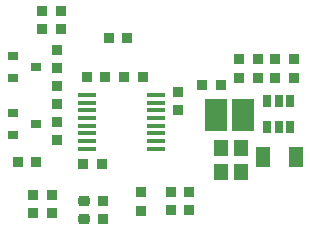
<source format=gbr>
%TF.GenerationSoftware,KiCad,Pcbnew,(6.99.0-2635-gfc1afa6298)*%
%TF.CreationDate,2022-08-16T08:58:36-07:00*%
%TF.ProjectId,seatalk_wifi,73656174-616c-46b5-9f77-6966692e6b69,rev?*%
%TF.SameCoordinates,Original*%
%TF.FileFunction,Paste,Top*%
%TF.FilePolarity,Positive*%
%FSLAX46Y46*%
G04 Gerber Fmt 4.6, Leading zero omitted, Abs format (unit mm)*
G04 Created by KiCad (PCBNEW (6.99.0-2635-gfc1afa6298)) date 2022-08-16 08:58:36*
%MOMM*%
%LPD*%
G01*
G04 APERTURE LIST*
G04 Aperture macros list*
%AMRoundRect*
0 Rectangle with rounded corners*
0 $1 Rounding radius*
0 $2 $3 $4 $5 $6 $7 $8 $9 X,Y pos of 4 corners*
0 Add a 4 corners polygon primitive as box body*
4,1,4,$2,$3,$4,$5,$6,$7,$8,$9,$2,$3,0*
0 Add four circle primitives for the rounded corners*
1,1,$1+$1,$2,$3*
1,1,$1+$1,$4,$5*
1,1,$1+$1,$6,$7*
1,1,$1+$1,$8,$9*
0 Add four rect primitives between the rounded corners*
20,1,$1+$1,$2,$3,$4,$5,0*
20,1,$1+$1,$4,$5,$6,$7,0*
20,1,$1+$1,$6,$7,$8,$9,0*
20,1,$1+$1,$8,$9,$2,$3,0*%
G04 Aperture macros list end*
%ADD10R,0.875000X0.950000*%
%ADD11RoundRect,0.218750X0.256250X-0.218750X0.256250X0.218750X-0.256250X0.218750X-0.256250X-0.218750X0*%
%ADD12R,0.950000X0.875000*%
%ADD13R,1.850000X2.800000*%
%ADD14R,0.900000X0.800000*%
%ADD15R,1.500000X0.450000*%
%ADD16R,1.150000X1.400000*%
%ADD17R,1.250000X1.750000*%
%ADD18R,0.650000X1.060000*%
G04 APERTURE END LIST*
D10*
%TO.C,R4*%
X151012499Y-95249999D03*
X152587499Y-95249999D03*
%TD*%
D11*
%TO.C,D1*%
X134800000Y-108787500D03*
X134800000Y-107212500D03*
%TD*%
D10*
%TO.C,R10*%
X152587499Y-96809999D03*
X151012499Y-96809999D03*
%TD*%
D12*
%TO.C,C7*%
X149499999Y-96827499D03*
X149499999Y-95252499D03*
%TD*%
D13*
%TO.C,L1*%
X145952199Y-99913299D03*
X148252199Y-99913299D03*
%TD*%
D12*
%TO.C,C9*%
X132486399Y-100532999D03*
X132486399Y-102107999D03*
%TD*%
D14*
%TO.C,Q1*%
X128768599Y-94960399D03*
X128768599Y-96860399D03*
X130768599Y-95910399D03*
%TD*%
D12*
%TO.C,R2*%
X136399999Y-107212499D03*
X136399999Y-108787499D03*
%TD*%
%TO.C,C1*%
X143699999Y-108037499D03*
X143699999Y-106462499D03*
%TD*%
D15*
%TO.C,U3*%
X135022799Y-98258199D03*
X135022799Y-98908199D03*
X135022799Y-99558199D03*
X135022799Y-100208199D03*
X135022799Y-100858199D03*
X135022799Y-101508199D03*
X135022799Y-102158199D03*
X135022799Y-102808199D03*
X140922799Y-102808199D03*
X140922799Y-102158199D03*
X140922799Y-101508199D03*
X140922799Y-100858199D03*
X140922799Y-100208199D03*
X140922799Y-99558199D03*
X140922799Y-98908199D03*
X140922799Y-98258199D03*
%TD*%
D16*
%TO.C,C5*%
X146419999Y-104749999D03*
X148119999Y-104749999D03*
%TD*%
D12*
%TO.C,R11*%
X139599999Y-108087499D03*
X139599999Y-106512499D03*
%TD*%
D10*
%TO.C,R8*%
X139776299Y-96773999D03*
X138201299Y-96773999D03*
%TD*%
D17*
%TO.C,C6*%
X152723199Y-103513999D03*
X149923199Y-103513999D03*
%TD*%
D10*
%TO.C,C13*%
X146387499Y-97409999D03*
X144812499Y-97409999D03*
%TD*%
D12*
%TO.C,R12*%
X132499999Y-95987499D03*
X132499999Y-94412499D03*
%TD*%
D10*
%TO.C,R6*%
X132816699Y-92659199D03*
X131241699Y-92659199D03*
%TD*%
D12*
%TO.C,C8*%
X132486399Y-97485099D03*
X132486399Y-99060099D03*
%TD*%
D10*
%TO.C,C12*%
X136601299Y-96773999D03*
X135026299Y-96773999D03*
%TD*%
%TO.C,C11*%
X136296499Y-104139999D03*
X134721499Y-104139999D03*
%TD*%
D18*
%TO.C,U1*%
X150339999Y-101009999D03*
X151289999Y-101009999D03*
X152239999Y-101009999D03*
X152239999Y-98809999D03*
X151289999Y-98809999D03*
X150339999Y-98809999D03*
%TD*%
D14*
%TO.C,Q2*%
X128768599Y-99769999D03*
X128768599Y-101669999D03*
X130768599Y-100719999D03*
%TD*%
D12*
%TO.C,C2*%
X130505199Y-106705299D03*
X130505199Y-108280299D03*
%TD*%
%TO.C,C4*%
X132079999Y-106705299D03*
X132079999Y-108280299D03*
%TD*%
%TO.C,R3*%
X147899999Y-96827499D03*
X147899999Y-95252499D03*
%TD*%
D10*
%TO.C,R7*%
X132816699Y-91135199D03*
X131241699Y-91135199D03*
%TD*%
D12*
%TO.C,C10*%
X142747999Y-97993099D03*
X142747999Y-99568099D03*
%TD*%
%TO.C,R1*%
X142149999Y-106462499D03*
X142149999Y-108037499D03*
%TD*%
D10*
%TO.C,R9*%
X130757499Y-103939999D03*
X129182499Y-103939999D03*
%TD*%
D16*
%TO.C,C3*%
X146419999Y-102779999D03*
X148119999Y-102779999D03*
%TD*%
D10*
%TO.C,R5*%
X138480899Y-93471999D03*
X136905899Y-93471999D03*
%TD*%
M02*

</source>
